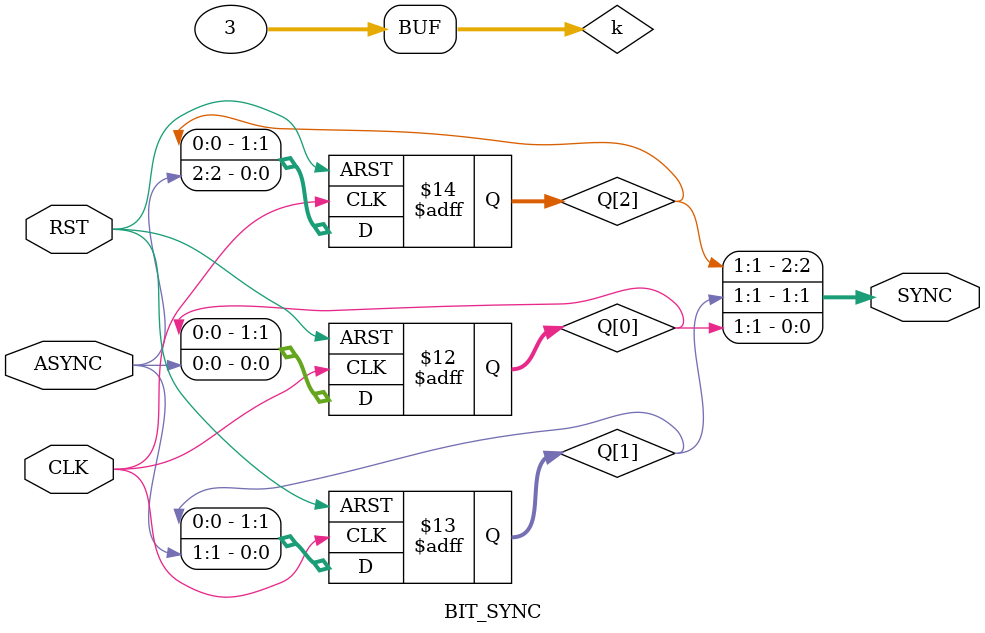
<source format=v>
module BIT_SYNC #(
   parameter  NUM_STAGES = 'd2,
   parameter  BUS_WIDTH  = 'd3
) (
    input                                      CLK,
    input                                      RST,
    input          [BUS_WIDTH-'d1:0]           ASYNC,
    output   reg   [BUS_WIDTH-'d1:0]           SYNC

);
reg [NUM_STAGES-'d1:0] Q [0:BUS_WIDTH-'d1];
integer  i;
integer  j;
integer  k;
    always @(posedge CLK ,negedge RST) 
        begin
            if (!RST) 
                begin
                   for (i =0 ;i<BUS_WIDTH;i=i+1 ) 
                        begin
                           Q[i]<='d0;
                        end 
                end 
            else 
                begin
                   for (i =0 ;i<BUS_WIDTH;i=i+1 ) 
                        begin
                           Q[i][0]<=ASYNC[i];
                           //SYNC[i]<=Q[i][NUM_STAGES-1];
                           for (j=1;j<NUM_STAGES;j=j+1) 
                                begin
                                    Q[i][j]<=Q[i][j-1];
                                end
                        end
                    
                end
        end
        
        always @(*) 
            begin
                for (k = 0;k<BUS_WIDTH ;k=k+1 ) 
                    begin
                        SYNC[k] = Q[k][NUM_STAGES-1];
                    end
            end
       
endmodule
</source>
